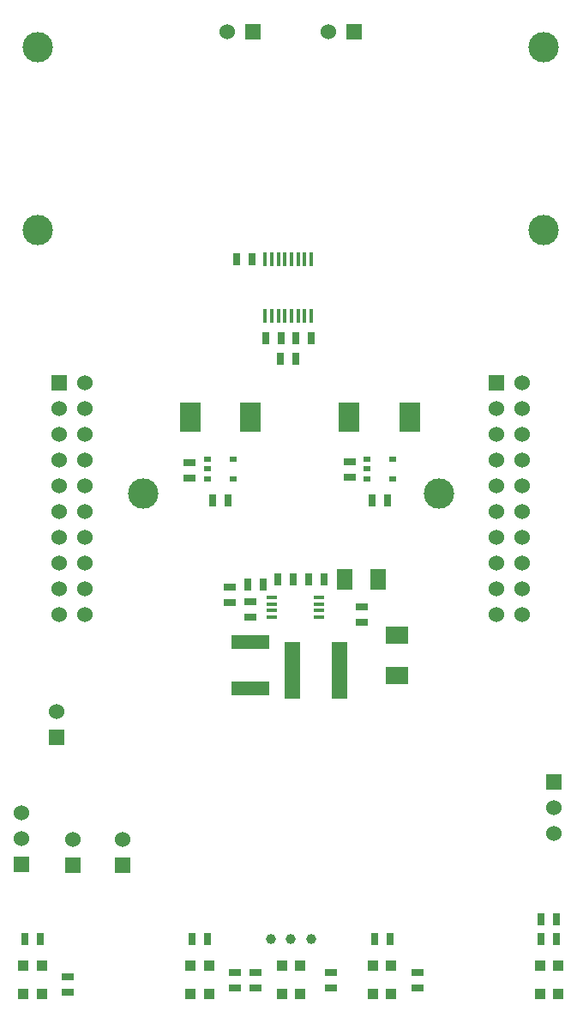
<source format=gbs>
G04 (created by PCBNEW (2013-07-07 BZR 4022)-stable) date 7/8/2014 5:22:45 PM*
%MOIN*%
G04 Gerber Fmt 3.4, Leading zero omitted, Abs format*
%FSLAX34Y34*%
G01*
G70*
G90*
G04 APERTURE LIST*
%ADD10C,0.00590551*%
%ADD11C,0.11811*%
%ADD12R,0.0165X0.0579*%
%ADD13R,0.0787X0.1181*%
%ADD14R,0.15X0.055*%
%ADD15R,0.06X0.08*%
%ADD16R,0.025X0.045*%
%ADD17R,0.045X0.025*%
%ADD18R,0.06X0.06*%
%ADD19C,0.06*%
%ADD20R,0.0402X0.0161*%
%ADD21C,0.0393701*%
%ADD22R,0.0866X0.0709*%
%ADD23R,0.0629921X0.224409*%
%ADD24R,0.03X0.02*%
%ADD25R,0.0393701X0.0433071*%
G04 APERTURE END LIST*
G54D10*
G54D11*
X84490Y-42913D03*
X72990Y-42913D03*
X68897Y-32677D03*
X68897Y-25590D03*
X88582Y-25590D03*
X88582Y-32677D03*
G54D12*
X78513Y-33838D03*
X78769Y-33838D03*
X79025Y-33838D03*
X79281Y-33838D03*
X77749Y-36040D03*
X77745Y-33838D03*
X78001Y-33838D03*
X78257Y-33838D03*
X79537Y-36042D03*
X79281Y-36042D03*
X79025Y-36042D03*
X78769Y-36042D03*
X78513Y-36042D03*
X78257Y-36042D03*
X79537Y-33838D03*
X78001Y-36040D03*
G54D13*
X74819Y-39968D03*
X77181Y-39968D03*
X81015Y-39968D03*
X83377Y-39968D03*
G54D14*
X77165Y-50506D03*
X77165Y-48706D03*
G54D15*
X82146Y-46259D03*
X80846Y-46259D03*
G54D16*
X79424Y-46259D03*
X80024Y-46259D03*
X75684Y-43208D03*
X76284Y-43208D03*
X78341Y-37696D03*
X78941Y-37696D03*
X77751Y-36909D03*
X78351Y-36909D03*
X79532Y-36909D03*
X78932Y-36909D03*
X81885Y-43208D03*
X82485Y-43208D03*
G54D17*
X76377Y-46550D03*
X76377Y-47150D03*
X80314Y-61511D03*
X80314Y-62111D03*
G54D16*
X75496Y-60236D03*
X74896Y-60236D03*
G54D17*
X77362Y-62111D03*
X77362Y-61511D03*
X83661Y-61511D03*
X83661Y-62111D03*
X76574Y-61511D03*
X76574Y-62111D03*
G54D16*
X82583Y-60236D03*
X81983Y-60236D03*
X88479Y-59448D03*
X89079Y-59448D03*
X89079Y-60236D03*
X88479Y-60236D03*
G54D17*
X74803Y-41727D03*
X74803Y-42327D03*
X81023Y-41707D03*
X81023Y-42307D03*
X81496Y-47937D03*
X81496Y-47337D03*
G54D16*
X77062Y-46456D03*
X77662Y-46456D03*
X78843Y-46259D03*
X78243Y-46259D03*
G54D17*
X77165Y-47740D03*
X77165Y-47140D03*
X70078Y-61707D03*
X70078Y-62307D03*
G54D16*
X69000Y-60236D03*
X68400Y-60236D03*
X76629Y-33818D03*
X77229Y-33818D03*
G54D18*
X68267Y-57338D03*
G54D19*
X68267Y-56338D03*
X68267Y-55338D03*
G54D18*
X88976Y-54118D03*
G54D19*
X88976Y-55118D03*
X88976Y-56118D03*
G54D18*
X70275Y-57350D03*
G54D19*
X70275Y-56350D03*
G54D18*
X77271Y-25000D03*
G54D19*
X76271Y-25000D03*
G54D18*
X81208Y-25000D03*
G54D19*
X80208Y-25000D03*
G54D18*
X69645Y-52389D03*
G54D19*
X69645Y-51389D03*
G54D18*
X72204Y-57350D03*
G54D19*
X72204Y-56350D03*
G54D18*
X86740Y-38622D03*
G54D19*
X87740Y-38622D03*
X86740Y-39622D03*
X87740Y-39622D03*
X86740Y-40622D03*
X87740Y-40622D03*
X86740Y-41622D03*
X87740Y-41622D03*
X86740Y-42622D03*
X87740Y-42622D03*
X86740Y-43622D03*
X87740Y-43622D03*
X86740Y-44622D03*
X87740Y-44622D03*
X86740Y-45622D03*
X87740Y-45622D03*
X86740Y-46622D03*
X87740Y-46622D03*
X86740Y-47622D03*
X87740Y-47622D03*
G54D18*
X69740Y-38622D03*
G54D19*
X70740Y-38622D03*
X69740Y-39622D03*
X70740Y-39622D03*
X69740Y-40622D03*
X70740Y-40622D03*
X69740Y-41622D03*
X70740Y-41622D03*
X69740Y-42622D03*
X70740Y-42622D03*
X69740Y-43622D03*
X70740Y-43622D03*
X69740Y-44622D03*
X70740Y-44622D03*
X69740Y-45622D03*
X70740Y-45622D03*
X69740Y-46622D03*
X70740Y-46622D03*
X69740Y-47622D03*
X70740Y-47622D03*
G54D20*
X78016Y-47729D03*
X78016Y-47473D03*
X78016Y-47217D03*
X78016Y-46961D03*
X79828Y-46961D03*
X79828Y-47217D03*
X79828Y-47473D03*
X79828Y-47729D03*
G54D21*
X79527Y-60236D03*
X78740Y-60236D03*
X77952Y-60236D03*
G54D22*
X82874Y-50002D03*
X82874Y-48422D03*
G54D23*
X80649Y-49803D03*
X78799Y-49803D03*
G54D24*
X81696Y-42343D03*
X81696Y-41593D03*
X82696Y-42343D03*
X81696Y-41968D03*
X82696Y-41593D03*
X75500Y-42343D03*
X75500Y-41593D03*
X76500Y-42343D03*
X75500Y-41968D03*
X76500Y-41593D03*
G54D25*
X69055Y-62362D03*
X68346Y-62362D03*
X68346Y-61259D03*
X69055Y-61259D03*
X75551Y-62362D03*
X74842Y-62362D03*
X74842Y-61259D03*
X75551Y-61259D03*
X79094Y-62362D03*
X78385Y-62362D03*
X78385Y-61259D03*
X79094Y-61259D03*
X82637Y-62362D03*
X81929Y-62362D03*
X81929Y-61259D03*
X82637Y-61259D03*
X89133Y-62362D03*
X88425Y-62362D03*
X88425Y-61259D03*
X89133Y-61259D03*
M02*

</source>
